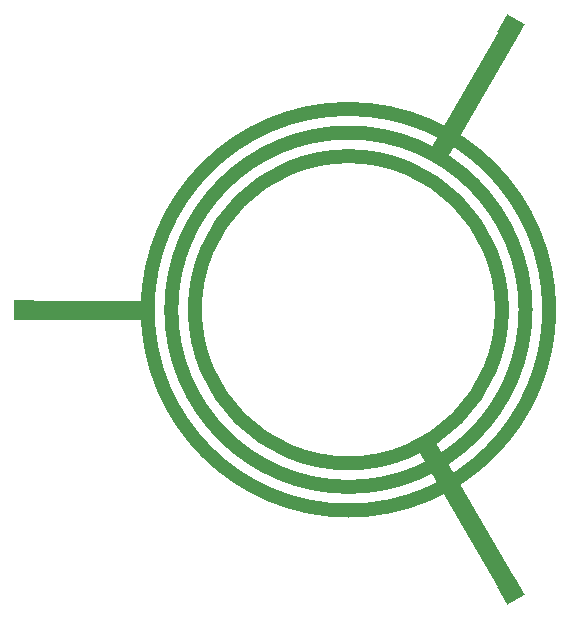
<source format=gbr>
%TF.GenerationSoftware,KiCad,Pcbnew,7.0.10*%
%TF.CreationDate,2024-03-15T14:23:06-04:00*%
%TF.ProjectId,new_middle_inner,6e65775f-6d69-4646-946c-655f696e6e65,rev?*%
%TF.SameCoordinates,Original*%
%TF.FileFunction,Copper,L2,Bot*%
%TF.FilePolarity,Positive*%
%FSLAX46Y46*%
G04 Gerber Fmt 4.6, Leading zero omitted, Abs format (unit mm)*
G04 Created by KiCad (PCBNEW 7.0.10) date 2024-03-15 14:23:06*
%MOMM*%
%LPD*%
G01*
G04 APERTURE LIST*
G04 Aperture macros list*
%AMRotRect*
0 Rectangle, with rotation*
0 The origin of the aperture is its center*
0 $1 length*
0 $2 width*
0 $3 Rotation angle, in degrees counterclockwise*
0 Add horizontal line*
21,1,$1,$2,0,0,$3*%
G04 Aperture macros list end*
%TA.AperFunction,NonConductor*%
%ADD10C,1.200000*%
%TD*%
%TA.AperFunction,NonConductor*%
%ADD11C,1.600000*%
%TD*%
%TA.AperFunction,ComponentPad*%
%ADD12R,1.700000X1.700000*%
%TD*%
%TA.AperFunction,ComponentPad*%
%ADD13RotRect,1.700000X1.700000X120.000000*%
%TD*%
%TA.AperFunction,ComponentPad*%
%ADD14RotRect,1.700000X1.700000X60.000000*%
%TD*%
G04 APERTURE END LIST*
D10*
X63000000Y-50000000D02*
G75*
G03*
X37000000Y-50000000I-13000000J0D01*
G01*
X37000000Y-50000000D02*
G75*
G03*
X63000000Y-50000000I13000000J0D01*
G01*
D11*
X63750000Y-26184000D02*
X57600000Y-36836000D01*
D10*
X65000000Y-50000000D02*
G75*
G03*
X35000000Y-50000000I-15000000J0D01*
G01*
X35000000Y-50000000D02*
G75*
G03*
X65000000Y-50000000I15000000J0D01*
G01*
D11*
X22500000Y-50000000D02*
X32800000Y-50000000D01*
D10*
X67000000Y-50000000D02*
G75*
G03*
X33000000Y-50000000I-17000000J0D01*
G01*
X33000000Y-50000000D02*
G75*
G03*
X67000000Y-50000000I17000000J0D01*
G01*
D11*
X63750000Y-73816000D02*
X56600000Y-61432000D01*
D12*
%TO.P,J104,1,Pin_1*%
%TO.N,N/C*%
X22500000Y-50000000D03*
%TD*%
D13*
%TO.P,J106,1,Pin_1*%
%TO.N,N/C*%
X63750000Y-73816000D03*
%TD*%
D14*
%TO.P,J105,1,Pin_1*%
%TO.N,N/C*%
X63750000Y-26184000D03*
%TD*%
M02*

</source>
